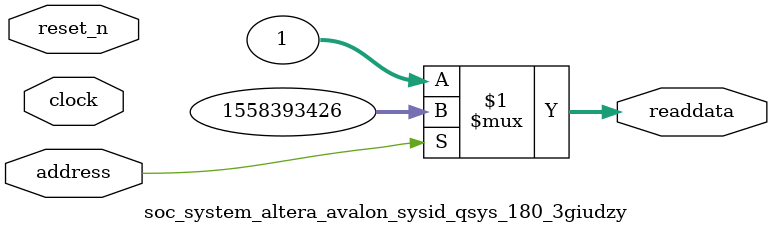
<source format=v>



// synthesis translate_off
`timescale 1ns / 1ps
// synthesis translate_on

// turn off superfluous verilog processor warnings 
// altera message_level Level1 
// altera message_off 10034 10035 10036 10037 10230 10240 10030 

module soc_system_altera_avalon_sysid_qsys_180_3giudzy (
               // inputs:
                address,
                clock,
                reset_n,

               // outputs:
                readdata
             )
;

  output  [ 31: 0] readdata;
  input            address;
  input            clock;
  input            reset_n;

  wire    [ 31: 0] readdata;
  //control_slave, which is an e_avalon_slave
  assign readdata = address ? 1558393426 : 1;

endmodule



</source>
